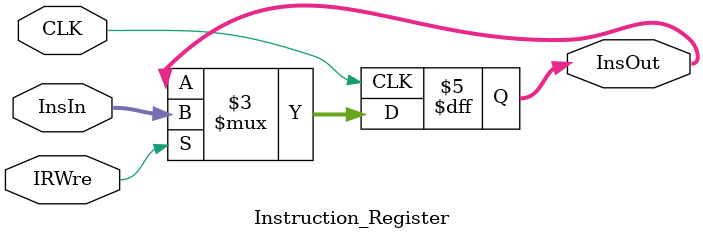
<source format=v>
`timescale 1ns / 1ps


module Instruction_Register(
    input CLK,IRWre,
    input[31:0]InsIn,
    output reg[31:0]InsOut
    );
    always@(negedge CLK)begin
        if(IRWre==1'b1)
            InsOut<=InsIn;
    end
endmodule

</source>
